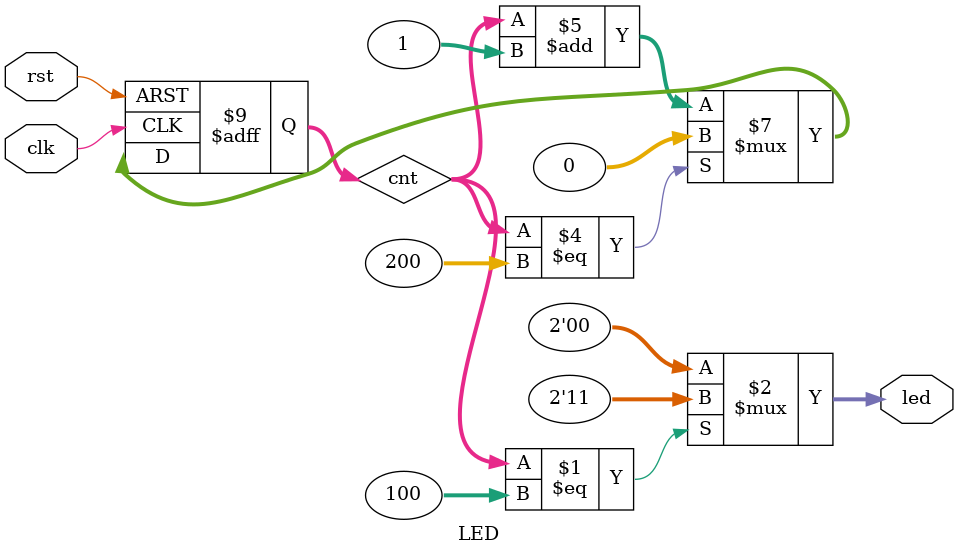
<source format=v>
`timescale 1ns / 1ps


module LED(
    input clk,
    input rst,
    output [1:0] led
);

reg [31:0] cnt;
assign led = cnt == 32'd100 ? 2'b11 : 2'b00;
always @(posedge clk or posedge rst) begin
    if (rst) begin
        cnt <= 0;
    end 
    else if (cnt == 32'd200) begin
        cnt <= 0;
    end
    else begin
        cnt <= cnt + 1; 
    end
end
endmodule

</source>
